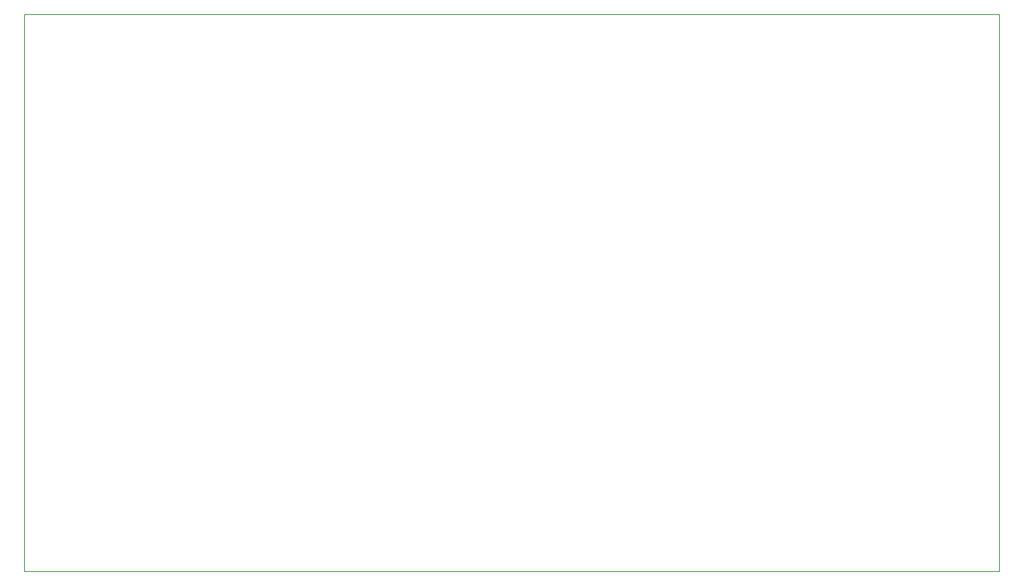
<source format=gbr>
%TF.GenerationSoftware,KiCad,Pcbnew,6.0.4-6f826c9f35~116~ubuntu20.04.1*%
%TF.CreationDate,2022-12-07T13:40:06+01:00*%
%TF.ProjectId,Salwa2,53616c77-6132-42e6-9b69-6361645f7063,rev?*%
%TF.SameCoordinates,Original*%
%TF.FileFunction,Other,User*%
%FSLAX46Y46*%
G04 Gerber Fmt 4.6, Leading zero omitted, Abs format (unit mm)*
G04 Created by KiCad (PCBNEW 6.0.4-6f826c9f35~116~ubuntu20.04.1) date 2022-12-07 13:40:06*
%MOMM*%
%LPD*%
G01*
G04 APERTURE LIST*
%ADD10C,0.150000*%
G04 APERTURE END LIST*
D10*
X67750000Y-35250000D02*
X272750000Y-35250000D01*
X272750000Y-35250000D02*
X272750000Y-152500000D01*
X272750000Y-152500000D02*
X67750000Y-152500000D01*
X67750000Y-152500000D02*
X67750000Y-35250000D01*
M02*

</source>
